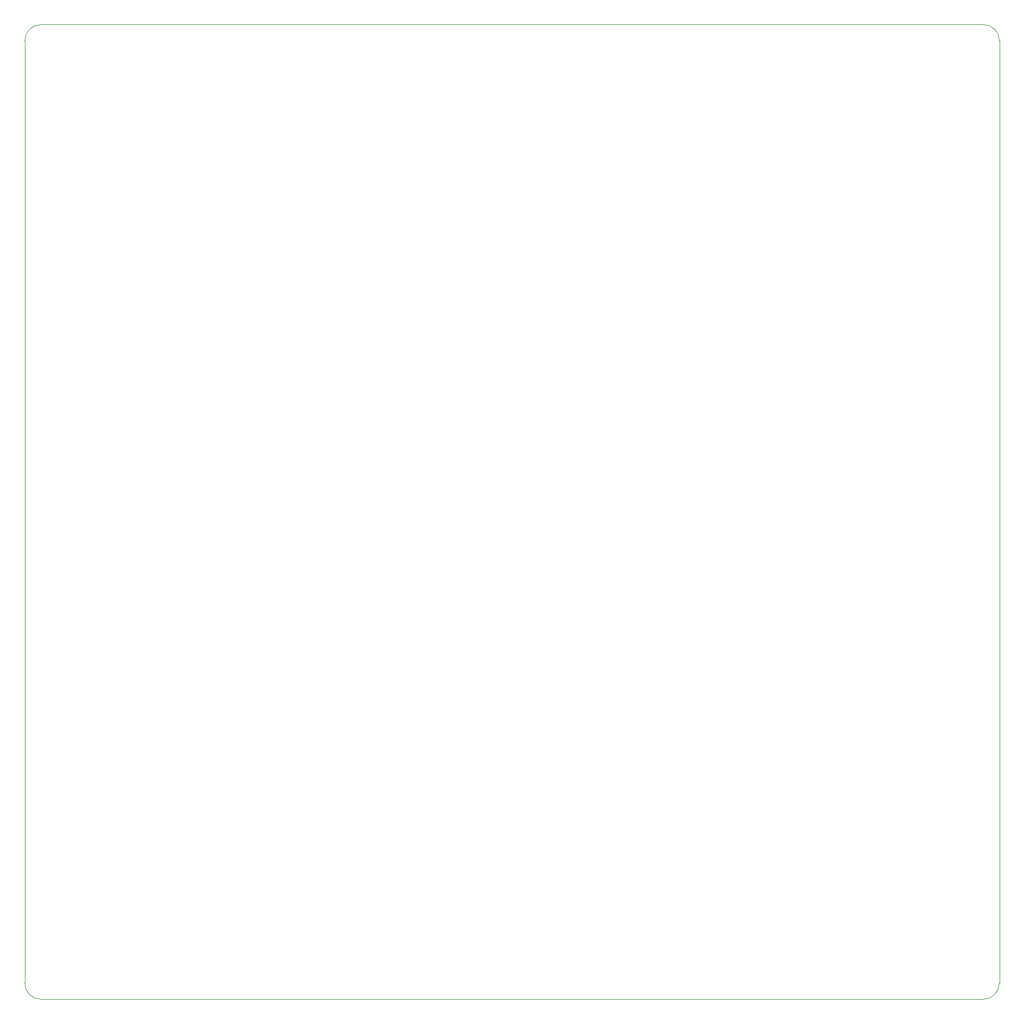
<source format=gbr>
%TF.GenerationSoftware,KiCad,Pcbnew,(6.0.1)*%
%TF.CreationDate,2022-07-04T18:26:58+02:00*%
%TF.ProjectId,ALU,414c552e-6b69-4636-9164-5f7063625858,rev?*%
%TF.SameCoordinates,Original*%
%TF.FileFunction,Profile,NP*%
%FSLAX46Y46*%
G04 Gerber Fmt 4.6, Leading zero omitted, Abs format (unit mm)*
G04 Created by KiCad (PCBNEW (6.0.1)) date 2022-07-04 18:26:58*
%MOMM*%
%LPD*%
G01*
G04 APERTURE LIST*
%TA.AperFunction,Profile*%
%ADD10C,0.100000*%
%TD*%
G04 APERTURE END LIST*
D10*
X177800000Y-27940000D02*
X177800000Y-175260000D01*
X175260000Y-177800000D02*
G75*
G03*
X177800000Y-175260000I-1J2540001D01*
G01*
X25400000Y-175260000D02*
X25400000Y-27940000D01*
X177800000Y-27940000D02*
G75*
G03*
X175260000Y-25400000I-2540001J-1D01*
G01*
X27940000Y-25400000D02*
X175260000Y-25400000D01*
X175260000Y-177800000D02*
X27940000Y-177800000D01*
X27940000Y-25400000D02*
G75*
G03*
X25400000Y-27940000I1J-2540001D01*
G01*
X25400000Y-175260000D02*
G75*
G03*
X27940000Y-177800000I2540001J1D01*
G01*
M02*

</source>
